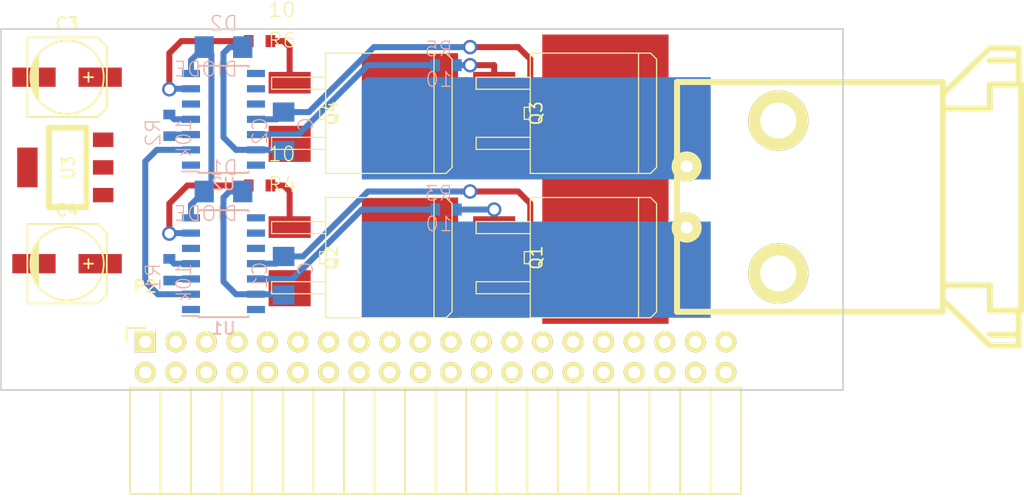
<source format=kicad_pcb>
(kicad_pcb (version 4) (host pcbnew 4.0.5)

  (general
    (links 81)
    (no_connects 55)
    (area -0.075001 -0.075001 70.075001 30.075001)
    (thickness 1.6)
    (drawings 4)
    (tracks 87)
    (zones 0)
    (modules 21)
    (nets 22)
  )

  (page A4)
  (layers
    (0 F.Cu signal)
    (31 B.Cu signal)
    (32 B.Adhes user)
    (33 F.Adhes user)
    (34 B.Paste user)
    (35 F.Paste user)
    (36 B.SilkS user)
    (37 F.SilkS user)
    (38 B.Mask user)
    (39 F.Mask user)
    (40 Dwgs.User user)
    (41 Cmts.User user)
    (42 Eco1.User user)
    (43 Eco2.User user)
    (44 Edge.Cuts user)
    (45 Margin user)
    (46 B.CrtYd user)
    (47 F.CrtYd user)
    (48 B.Fab user)
    (49 F.Fab user)
  )

  (setup
    (last_trace_width 0.5)
    (user_trace_width 0.5)
    (user_trace_width 1)
    (trace_clearance 0.2)
    (zone_clearance 0.38)
    (zone_45_only no)
    (trace_min 0.2)
    (segment_width 0.2)
    (edge_width 0.15)
    (via_size 0.6)
    (via_drill 0.4)
    (via_min_size 0.4)
    (via_min_drill 0.3)
    (user_via 1.2 0.8)
    (uvia_size 0.3)
    (uvia_drill 0.1)
    (uvias_allowed no)
    (uvia_min_size 0.2)
    (uvia_min_drill 0.1)
    (pcb_text_width 0.3)
    (pcb_text_size 1.5 1.5)
    (mod_edge_width 0.15)
    (mod_text_size 1 1)
    (mod_text_width 0.15)
    (pad_size 1.524 1.524)
    (pad_drill 0.762)
    (pad_to_mask_clearance 0.2)
    (aux_axis_origin 0 0)
    (visible_elements 7FFFFFFF)
    (pcbplotparams
      (layerselection 0x00030_80000001)
      (usegerberextensions false)
      (excludeedgelayer true)
      (linewidth 0.100000)
      (plotframeref false)
      (viasonmask false)
      (mode 1)
      (useauxorigin false)
      (hpglpennumber 1)
      (hpglpenspeed 20)
      (hpglpendiameter 15)
      (hpglpenoverlay 2)
      (psnegative false)
      (psa4output false)
      (plotreference true)
      (plotvalue true)
      (plotinvisibletext false)
      (padsonsilk false)
      (subtractmaskfromsilk false)
      (outputformat 1)
      (mirror false)
      (drillshape 1)
      (scaleselection 1)
      (outputdirectory ""))
  )

  (net 0 "")
  (net 1 /OUT_A)
  (net 2 "Net-(C1-Pad2)")
  (net 3 /OUT_B)
  (net 4 "Net-(C2-Pad2)")
  (net 5 +BATT)
  (net 6 GND)
  (net 7 +12V)
  (net 8 GNDPWR)
  (net 9 /PWM_A)
  (net 10 /EN)
  (net 11 /PWM_B)
  (net 12 "Net-(Q1-PadG)")
  (net 13 "Net-(Q2-PadG)")
  (net 14 "Net-(Q3-PadG)")
  (net 15 "Net-(Q4-PadG)")
  (net 16 "Net-(R1-Pad1)")
  (net 17 "Net-(R2-Pad1)")
  (net 18 "Net-(R3-Pad2)")
  (net 19 "Net-(R4-Pad2)")
  (net 20 "Net-(R5-Pad2)")
  (net 21 "Net-(R6-Pad2)")

  (net_class Default "これは標準のネット クラスです。"
    (clearance 0.2)
    (trace_width 0.25)
    (via_dia 0.6)
    (via_drill 0.4)
    (uvia_dia 0.3)
    (uvia_drill 0.1)
    (add_net +12V)
    (add_net +BATT)
    (add_net /EN)
    (add_net /OUT_A)
    (add_net /OUT_B)
    (add_net /PWM_A)
    (add_net /PWM_B)
    (add_net GND)
    (add_net GNDPWR)
    (add_net "Net-(C1-Pad2)")
    (add_net "Net-(C2-Pad2)")
    (add_net "Net-(Q1-PadG)")
    (add_net "Net-(Q2-PadG)")
    (add_net "Net-(Q3-PadG)")
    (add_net "Net-(Q4-PadG)")
    (add_net "Net-(R1-Pad1)")
    (add_net "Net-(R2-Pad1)")
    (add_net "Net-(R3-Pad2)")
    (add_net "Net-(R4-Pad2)")
    (add_net "Net-(R5-Pad2)")
    (add_net "Net-(R6-Pad2)")
  )

  (module RP_KiCAD_Libs:C3216 (layer B.Cu) (tedit 0) (tstamp 58C95BC4)
    (at 23.5 20.5 270)
    (descr <b>CAPACITOR</b>)
    (path /58C959A9)
    (fp_text reference C1 (at -1.27 1.27 270) (layer B.SilkS)
      (effects (font (size 1.2065 1.2065) (thickness 0.1016)) (justify left bottom mirror))
    )
    (fp_text value C (at -1.27 -2.54 270) (layer B.SilkS)
      (effects (font (size 1.2065 1.2065) (thickness 0.1016)) (justify left bottom mirror))
    )
    (fp_line (start -0.965 0.787) (end 0.965 0.787) (layer Dwgs.User) (width 0.1016))
    (fp_line (start -0.965 -0.787) (end 0.965 -0.787) (layer Dwgs.User) (width 0.1016))
    (fp_poly (pts (xy -1.7018 -0.8509) (xy -0.9517 -0.8509) (xy -0.9517 0.8491) (xy -1.7018 0.8491)) (layer Dwgs.User) (width 0))
    (fp_poly (pts (xy 0.9517 -0.8491) (xy 1.7018 -0.8491) (xy 1.7018 0.8509) (xy 0.9517 0.8509)) (layer Dwgs.User) (width 0))
    (fp_poly (pts (xy -0.3 -0.5001) (xy 0.3 -0.5001) (xy 0.3 0.5001) (xy -0.3 0.5001)) (layer B.Adhes) (width 0))
    (pad 1 smd rect (at -1.6 0 270) (size 1.6 1.8) (layers B.Cu B.Paste B.Mask)
      (net 1 /OUT_A))
    (pad 2 smd rect (at 1.6 0 270) (size 1.6 1.8) (layers B.Cu B.Paste B.Mask)
      (net 2 "Net-(C1-Pad2)"))
    (model Resistors_SMD.3dshapes/R_1206.wrl
      (at (xyz 0 0 0))
      (scale (xyz 1 1 1))
      (rotate (xyz 0 0 0))
    )
  )

  (module RP_KiCAD_Libs:C3216 (layer B.Cu) (tedit 0) (tstamp 58C95BCA)
    (at 23.5 8.5 270)
    (descr <b>CAPACITOR</b>)
    (path /58C96B55)
    (fp_text reference C2 (at -1.27 1.27 270) (layer B.SilkS)
      (effects (font (size 1.2065 1.2065) (thickness 0.1016)) (justify left bottom mirror))
    )
    (fp_text value C (at -1.27 -2.54 270) (layer B.SilkS)
      (effects (font (size 1.2065 1.2065) (thickness 0.1016)) (justify left bottom mirror))
    )
    (fp_line (start -0.965 0.787) (end 0.965 0.787) (layer Dwgs.User) (width 0.1016))
    (fp_line (start -0.965 -0.787) (end 0.965 -0.787) (layer Dwgs.User) (width 0.1016))
    (fp_poly (pts (xy -1.7018 -0.8509) (xy -0.9517 -0.8509) (xy -0.9517 0.8491) (xy -1.7018 0.8491)) (layer Dwgs.User) (width 0))
    (fp_poly (pts (xy 0.9517 -0.8491) (xy 1.7018 -0.8491) (xy 1.7018 0.8509) (xy 0.9517 0.8509)) (layer Dwgs.User) (width 0))
    (fp_poly (pts (xy -0.3 -0.5001) (xy 0.3 -0.5001) (xy 0.3 0.5001) (xy -0.3 0.5001)) (layer B.Adhes) (width 0))
    (pad 1 smd rect (at -1.6 0 270) (size 1.6 1.8) (layers B.Cu B.Paste B.Mask)
      (net 3 /OUT_B))
    (pad 2 smd rect (at 1.6 0 270) (size 1.6 1.8) (layers B.Cu B.Paste B.Mask)
      (net 4 "Net-(C2-Pad2)"))
    (model Resistors_SMD.3dshapes/R_1206.wrl
      (at (xyz 0 0 0))
      (scale (xyz 1 1 1))
      (rotate (xyz 0 0 0))
    )
  )

  (module Capacitors_SMD:c_elec_6.3x4.5 (layer F.Cu) (tedit 55725DD2) (tstamp 58C95BD0)
    (at 5.5 4)
    (descr "SMT capacitor, aluminium electrolytic, 6.3x4.5")
    (path /58C9D763)
    (attr smd)
    (fp_text reference C3 (at 0 -4.445) (layer F.SilkS)
      (effects (font (size 1 1) (thickness 0.15)))
    )
    (fp_text value 100u (at 0 4.445) (layer F.Fab)
      (effects (font (size 1 1) (thickness 0.15)))
    )
    (fp_line (start -4.85 -3.6) (end 4.85 -3.6) (layer F.CrtYd) (width 0.05))
    (fp_line (start 4.85 -3.6) (end 4.85 3.6) (layer F.CrtYd) (width 0.05))
    (fp_line (start 4.85 3.6) (end -4.85 3.6) (layer F.CrtYd) (width 0.05))
    (fp_line (start -4.85 3.6) (end -4.85 -3.6) (layer F.CrtYd) (width 0.05))
    (fp_line (start -2.921 -0.762) (end -2.921 0.762) (layer F.SilkS) (width 0.15))
    (fp_line (start -2.794 1.143) (end -2.794 -1.143) (layer F.SilkS) (width 0.15))
    (fp_line (start -2.667 -1.397) (end -2.667 1.397) (layer F.SilkS) (width 0.15))
    (fp_line (start -2.54 1.651) (end -2.54 -1.651) (layer F.SilkS) (width 0.15))
    (fp_line (start -2.413 -1.778) (end -2.413 1.778) (layer F.SilkS) (width 0.15))
    (fp_line (start -3.302 -3.302) (end -3.302 3.302) (layer F.SilkS) (width 0.15))
    (fp_line (start -3.302 3.302) (end 2.54 3.302) (layer F.SilkS) (width 0.15))
    (fp_line (start 2.54 3.302) (end 3.302 2.54) (layer F.SilkS) (width 0.15))
    (fp_line (start 3.302 2.54) (end 3.302 -2.54) (layer F.SilkS) (width 0.15))
    (fp_line (start 3.302 -2.54) (end 2.54 -3.302) (layer F.SilkS) (width 0.15))
    (fp_line (start 2.54 -3.302) (end -3.302 -3.302) (layer F.SilkS) (width 0.15))
    (fp_line (start 2.159 0) (end 1.397 0) (layer F.SilkS) (width 0.15))
    (fp_line (start 1.778 -0.381) (end 1.778 0.381) (layer F.SilkS) (width 0.15))
    (fp_circle (center 0 0) (end -3.048 0) (layer F.SilkS) (width 0.15))
    (pad 1 smd rect (at 2.75082 0) (size 3.59918 1.6002) (layers F.Cu F.Paste F.Mask)
      (net 5 +BATT))
    (pad 2 smd rect (at -2.75082 0) (size 3.59918 1.6002) (layers F.Cu F.Paste F.Mask)
      (net 6 GND))
    (model Capacitors_SMD.3dshapes/c_elec_6.3x4.5.wrl
      (at (xyz 0 0 0))
      (scale (xyz 1 1 1))
      (rotate (xyz 0 0 0))
    )
  )

  (module Capacitors_SMD:c_elec_6.3x4.5 (layer F.Cu) (tedit 55725DD2) (tstamp 58C95BD6)
    (at 5.5 19.5)
    (descr "SMT capacitor, aluminium electrolytic, 6.3x4.5")
    (path /58C9D8E6)
    (attr smd)
    (fp_text reference C4 (at 0 -4.445) (layer F.SilkS)
      (effects (font (size 1 1) (thickness 0.15)))
    )
    (fp_text value 100u (at 0 4.445) (layer F.Fab)
      (effects (font (size 1 1) (thickness 0.15)))
    )
    (fp_line (start -4.85 -3.6) (end 4.85 -3.6) (layer F.CrtYd) (width 0.05))
    (fp_line (start 4.85 -3.6) (end 4.85 3.6) (layer F.CrtYd) (width 0.05))
    (fp_line (start 4.85 3.6) (end -4.85 3.6) (layer F.CrtYd) (width 0.05))
    (fp_line (start -4.85 3.6) (end -4.85 -3.6) (layer F.CrtYd) (width 0.05))
    (fp_line (start -2.921 -0.762) (end -2.921 0.762) (layer F.SilkS) (width 0.15))
    (fp_line (start -2.794 1.143) (end -2.794 -1.143) (layer F.SilkS) (width 0.15))
    (fp_line (start -2.667 -1.397) (end -2.667 1.397) (layer F.SilkS) (width 0.15))
    (fp_line (start -2.54 1.651) (end -2.54 -1.651) (layer F.SilkS) (width 0.15))
    (fp_line (start -2.413 -1.778) (end -2.413 1.778) (layer F.SilkS) (width 0.15))
    (fp_line (start -3.302 -3.302) (end -3.302 3.302) (layer F.SilkS) (width 0.15))
    (fp_line (start -3.302 3.302) (end 2.54 3.302) (layer F.SilkS) (width 0.15))
    (fp_line (start 2.54 3.302) (end 3.302 2.54) (layer F.SilkS) (width 0.15))
    (fp_line (start 3.302 2.54) (end 3.302 -2.54) (layer F.SilkS) (width 0.15))
    (fp_line (start 3.302 -2.54) (end 2.54 -3.302) (layer F.SilkS) (width 0.15))
    (fp_line (start 2.54 -3.302) (end -3.302 -3.302) (layer F.SilkS) (width 0.15))
    (fp_line (start 2.159 0) (end 1.397 0) (layer F.SilkS) (width 0.15))
    (fp_line (start 1.778 -0.381) (end 1.778 0.381) (layer F.SilkS) (width 0.15))
    (fp_circle (center 0 0) (end -3.048 0) (layer F.SilkS) (width 0.15))
    (pad 1 smd rect (at 2.75082 0) (size 3.59918 1.6002) (layers F.Cu F.Paste F.Mask)
      (net 7 +12V))
    (pad 2 smd rect (at -2.75082 0) (size 3.59918 1.6002) (layers F.Cu F.Paste F.Mask)
      (net 6 GND))
    (model Capacitors_SMD.3dshapes/c_elec_6.3x4.5.wrl
      (at (xyz 0 0 0))
      (scale (xyz 1 1 1))
      (rotate (xyz 0 0 0))
    )
  )

  (module RP_KiCAD_Libs:C3216 (layer B.Cu) (tedit 0) (tstamp 58C95BDC)
    (at 18.5 13.5 180)
    (descr <b>CAPACITOR</b>)
    (path /58C95CE1)
    (fp_text reference D1 (at -1.27 1.27 180) (layer B.SilkS)
      (effects (font (size 1.2065 1.2065) (thickness 0.1016)) (justify left bottom mirror))
    )
    (fp_text value DIODE (at -1.27 -2.54 180) (layer B.SilkS)
      (effects (font (size 1.2065 1.2065) (thickness 0.1016)) (justify left bottom mirror))
    )
    (fp_line (start -0.965 0.787) (end 0.965 0.787) (layer Dwgs.User) (width 0.1016))
    (fp_line (start -0.965 -0.787) (end 0.965 -0.787) (layer Dwgs.User) (width 0.1016))
    (fp_poly (pts (xy -1.7018 -0.8509) (xy -0.9517 -0.8509) (xy -0.9517 0.8491) (xy -1.7018 0.8491)) (layer Dwgs.User) (width 0))
    (fp_poly (pts (xy 0.9517 -0.8491) (xy 1.7018 -0.8491) (xy 1.7018 0.8509) (xy 0.9517 0.8509)) (layer Dwgs.User) (width 0))
    (fp_poly (pts (xy -0.3 -0.5001) (xy 0.3 -0.5001) (xy 0.3 0.5001) (xy -0.3 0.5001)) (layer B.Adhes) (width 0))
    (pad 1 smd rect (at -1.6 0 180) (size 1.6 1.8) (layers B.Cu B.Paste B.Mask)
      (net 2 "Net-(C1-Pad2)"))
    (pad 2 smd rect (at 1.6 0 180) (size 1.6 1.8) (layers B.Cu B.Paste B.Mask)
      (net 7 +12V))
    (model Resistors_SMD.3dshapes/R_1206.wrl
      (at (xyz 0 0 0))
      (scale (xyz 1 1 1))
      (rotate (xyz 0 0 0))
    )
  )

  (module RP_KiCAD_Libs:C3216 (layer B.Cu) (tedit 0) (tstamp 58C95BE2)
    (at 18.5 1.5 180)
    (descr <b>CAPACITOR</b>)
    (path /58C96B7C)
    (fp_text reference D2 (at -1.27 1.27 180) (layer B.SilkS)
      (effects (font (size 1.2065 1.2065) (thickness 0.1016)) (justify left bottom mirror))
    )
    (fp_text value DIODE (at -1.27 -2.54 180) (layer B.SilkS)
      (effects (font (size 1.2065 1.2065) (thickness 0.1016)) (justify left bottom mirror))
    )
    (fp_line (start -0.965 0.787) (end 0.965 0.787) (layer Dwgs.User) (width 0.1016))
    (fp_line (start -0.965 -0.787) (end 0.965 -0.787) (layer Dwgs.User) (width 0.1016))
    (fp_poly (pts (xy -1.7018 -0.8509) (xy -0.9517 -0.8509) (xy -0.9517 0.8491) (xy -1.7018 0.8491)) (layer Dwgs.User) (width 0))
    (fp_poly (pts (xy 0.9517 -0.8491) (xy 1.7018 -0.8491) (xy 1.7018 0.8509) (xy 0.9517 0.8509)) (layer Dwgs.User) (width 0))
    (fp_poly (pts (xy -0.3 -0.5001) (xy 0.3 -0.5001) (xy 0.3 0.5001) (xy -0.3 0.5001)) (layer B.Adhes) (width 0))
    (pad 1 smd rect (at -1.6 0 180) (size 1.6 1.8) (layers B.Cu B.Paste B.Mask)
      (net 4 "Net-(C2-Pad2)"))
    (pad 2 smd rect (at 1.6 0 180) (size 1.6 1.8) (layers B.Cu B.Paste B.Mask)
      (net 7 +12V))
    (model Resistors_SMD.3dshapes/R_1206.wrl
      (at (xyz 0 0 0))
      (scale (xyz 1 1 1))
      (rotate (xyz 0 0 0))
    )
  )

  (module RP_KiCAD_Connector:D-3200S_2L (layer F.Cu) (tedit 57C4EF05) (tstamp 58C95BEA)
    (at 57 16.5 90)
    (path /58C96DBA)
    (fp_text reference P1 (at 0 0.5 90) (layer F.SilkS)
      (effects (font (size 1 1) (thickness 0.15)))
    )
    (fp_text value CONN_01X02 (at 0 -0.5 90) (layer F.Fab)
      (effects (font (size 1 1) (thickness 0.15)))
    )
    (fp_line (start -8.9 25.2) (end -8.9 27.6) (layer F.SilkS) (width 0.5))
    (fp_line (start -9.8 27.6) (end -9.8 25.2) (layer F.SilkS) (width 0.5))
    (fp_line (start -6.9 27.6) (end -9.8 27.6) (layer F.SilkS) (width 0.5))
    (fp_line (start 14.9 27.6) (end 14.9 25.2) (layer F.SilkS) (width 0.5))
    (fp_line (start 13.9 25.2) (end 13.9 27.6) (layer F.SilkS) (width 0.5))
    (fp_line (start 11.9 27.6) (end 14.9 27.6) (layer F.SilkS) (width 0.5))
    (fp_line (start -6.9 27.8) (end 11.9 27.8) (layer F.SilkS) (width 0.5))
    (fp_line (start 14.9 25.2) (end 11.1 21.3) (layer F.SilkS) (width 0.5))
    (fp_line (start -9.8 25.2) (end -6 21.3) (layer F.SilkS) (width 0.5))
    (fp_line (start -4.8 25.2) (end -4.8 21.3) (layer F.SilkS) (width 0.5))
    (fp_line (start 9.9 25.2) (end 9.9 21.3) (layer F.SilkS) (width 0.5))
    (fp_line (start 11.9 25.2) (end 9.9 25.2) (layer F.SilkS) (width 0.5))
    (fp_line (start 11.9 25.2) (end 11.9 27.8) (layer F.SilkS) (width 0.5))
    (fp_line (start -6.9 25.2) (end -4.8 25.2) (layer F.SilkS) (width 0.5))
    (fp_line (start -6.9 25.2) (end -6.9 27.8) (layer F.SilkS) (width 0.5))
    (fp_line (start -7 -0.8) (end 12.1 -0.8) (layer F.SilkS) (width 0.5))
    (fp_line (start 12.1 -0.8) (end 12.1 21.3) (layer F.SilkS) (width 0.5))
    (fp_line (start 12.1 21.3) (end -7 21.3) (layer F.SilkS) (width 0.5))
    (fp_line (start -7 -0.8) (end -7 21.3) (layer F.SilkS) (width 0.5))
    (pad 1 thru_hole circle (at 0 0 90) (size 2.5 2.5) (drill 1) (layers *.Cu *.Mask F.SilkS)
      (net 1 /OUT_A))
    (pad 2 thru_hole circle (at 5.08 0 90) (size 2.5 2.5) (drill 1) (layers *.Cu *.Mask F.SilkS)
      (net 3 /OUT_B))
    (pad "" thru_hole circle (at -3.81 7.62 90) (size 5 5) (drill 3) (layers *.Cu *.Mask F.SilkS))
    (pad "" thru_hole circle (at 8.89 7.62 90) (size 5 5) (drill 3) (layers *.Cu *.Mask F.SilkS))
    (model conn_D3200/D-3200S_2.wrl
      (at (xyz 0.1 -0.19 0.24))
      (scale (xyz 4 -4 4))
      (rotate (xyz -90 0 0))
    )
  )

  (module RP_KiCAD_Libs:C1608_WP (layer B.Cu) (tedit 57C3E677) (tstamp 58C95C64)
    (at 14 20 270)
    (descr <b>CAPACITOR</b>)
    (path /58C95FF2)
    (fp_text reference R1 (at -0.635 0.635 270) (layer B.SilkS)
      (effects (font (size 1.2065 1.2065) (thickness 0.1016)) (justify left bottom mirror))
    )
    (fp_text value 10k (at -0.635 -1.905 270) (layer B.SilkS)
      (effects (font (size 1.2065 1.2065) (thickness 0.1016)) (justify left bottom mirror))
    )
    (fp_line (start -0.356 0.432) (end 0.356 0.432) (layer Dwgs.User) (width 0.1016))
    (fp_line (start -0.356 -0.419) (end 0.356 -0.419) (layer Dwgs.User) (width 0.1016))
    (fp_poly (pts (xy -0.8382 -0.4699) (xy -0.3381 -0.4699) (xy -0.3381 0.4801) (xy -0.8382 0.4801)) (layer Dwgs.User) (width 0))
    (fp_poly (pts (xy 0.3302 -0.4699) (xy 0.8303 -0.4699) (xy 0.8303 0.4801) (xy 0.3302 0.4801)) (layer Dwgs.User) (width 0))
    (fp_poly (pts (xy -0.1999 -0.3) (xy 0.1999 -0.3) (xy 0.1999 0.3) (xy -0.1999 0.3)) (layer B.Adhes) (width 0))
    (pad 1 smd rect (at -0.9 0 270) (size 0.8 1) (layers B.Cu B.Paste B.Mask)
      (net 16 "Net-(R1-Pad1)"))
    (pad 2 smd rect (at 0.9 0 270) (size 0.8 1) (layers B.Cu B.Paste B.Mask)
      (net 6 GND))
    (model Resistors_SMD.3dshapes/R_0603.wrl
      (at (xyz 0 0 0))
      (scale (xyz 1 1 1))
      (rotate (xyz 0 0 0))
    )
  )

  (module RP_KiCAD_Libs:C1608_WP (layer B.Cu) (tedit 57C3E677) (tstamp 58C95C6A)
    (at 14 8 270)
    (descr <b>CAPACITOR</b>)
    (path /58C96B90)
    (fp_text reference R2 (at -0.635 0.635 270) (layer B.SilkS)
      (effects (font (size 1.2065 1.2065) (thickness 0.1016)) (justify left bottom mirror))
    )
    (fp_text value 10k (at -0.635 -1.905 270) (layer B.SilkS)
      (effects (font (size 1.2065 1.2065) (thickness 0.1016)) (justify left bottom mirror))
    )
    (fp_line (start -0.356 0.432) (end 0.356 0.432) (layer Dwgs.User) (width 0.1016))
    (fp_line (start -0.356 -0.419) (end 0.356 -0.419) (layer Dwgs.User) (width 0.1016))
    (fp_poly (pts (xy -0.8382 -0.4699) (xy -0.3381 -0.4699) (xy -0.3381 0.4801) (xy -0.8382 0.4801)) (layer Dwgs.User) (width 0))
    (fp_poly (pts (xy 0.3302 -0.4699) (xy 0.8303 -0.4699) (xy 0.8303 0.4801) (xy 0.3302 0.4801)) (layer Dwgs.User) (width 0))
    (fp_poly (pts (xy -0.1999 -0.3) (xy 0.1999 -0.3) (xy 0.1999 0.3) (xy -0.1999 0.3)) (layer B.Adhes) (width 0))
    (pad 1 smd rect (at -0.9 0 270) (size 0.8 1) (layers B.Cu B.Paste B.Mask)
      (net 17 "Net-(R2-Pad1)"))
    (pad 2 smd rect (at 0.9 0 270) (size 0.8 1) (layers B.Cu B.Paste B.Mask)
      (net 6 GND))
    (model Resistors_SMD.3dshapes/R_0603.wrl
      (at (xyz 0 0 0))
      (scale (xyz 1 1 1))
      (rotate (xyz 0 0 0))
    )
  )

  (module RP_KiCAD_Libs:C1608_WP (layer B.Cu) (tedit 57C3E677) (tstamp 58C95C70)
    (at 37 15 180)
    (descr <b>CAPACITOR</b>)
    (path /58C95986)
    (fp_text reference R3 (at -0.635 0.635 180) (layer B.SilkS)
      (effects (font (size 1.2065 1.2065) (thickness 0.1016)) (justify left bottom mirror))
    )
    (fp_text value 10 (at -0.635 -1.905 180) (layer B.SilkS)
      (effects (font (size 1.2065 1.2065) (thickness 0.1016)) (justify left bottom mirror))
    )
    (fp_line (start -0.356 0.432) (end 0.356 0.432) (layer Dwgs.User) (width 0.1016))
    (fp_line (start -0.356 -0.419) (end 0.356 -0.419) (layer Dwgs.User) (width 0.1016))
    (fp_poly (pts (xy -0.8382 -0.4699) (xy -0.3381 -0.4699) (xy -0.3381 0.4801) (xy -0.8382 0.4801)) (layer Dwgs.User) (width 0))
    (fp_poly (pts (xy 0.3302 -0.4699) (xy 0.8303 -0.4699) (xy 0.8303 0.4801) (xy 0.3302 0.4801)) (layer Dwgs.User) (width 0))
    (fp_poly (pts (xy -0.1999 -0.3) (xy 0.1999 -0.3) (xy 0.1999 0.3) (xy -0.1999 0.3)) (layer B.Adhes) (width 0))
    (pad 1 smd rect (at -0.9 0 180) (size 0.8 1) (layers B.Cu B.Paste B.Mask)
      (net 12 "Net-(Q1-PadG)"))
    (pad 2 smd rect (at 0.9 0 180) (size 0.8 1) (layers B.Cu B.Paste B.Mask)
      (net 18 "Net-(R3-Pad2)"))
    (model Resistors_SMD.3dshapes/R_0603.wrl
      (at (xyz 0 0 0))
      (scale (xyz 1 1 1))
      (rotate (xyz 0 0 0))
    )
  )

  (module RP_KiCAD_Libs:C1608_WP (layer F.Cu) (tedit 57C3E677) (tstamp 58C95C76)
    (at 21.5 13 180)
    (descr <b>CAPACITOR</b>)
    (path /58C95BA7)
    (fp_text reference R4 (at -0.635 -0.635 180) (layer F.SilkS)
      (effects (font (size 1.2065 1.2065) (thickness 0.1016)) (justify left bottom))
    )
    (fp_text value 10 (at -0.635 1.905 180) (layer F.SilkS)
      (effects (font (size 1.2065 1.2065) (thickness 0.1016)) (justify left bottom))
    )
    (fp_line (start -0.356 -0.432) (end 0.356 -0.432) (layer Dwgs.User) (width 0.1016))
    (fp_line (start -0.356 0.419) (end 0.356 0.419) (layer Dwgs.User) (width 0.1016))
    (fp_poly (pts (xy -0.8382 0.4699) (xy -0.3381 0.4699) (xy -0.3381 -0.4801) (xy -0.8382 -0.4801)) (layer Dwgs.User) (width 0))
    (fp_poly (pts (xy 0.3302 0.4699) (xy 0.8303 0.4699) (xy 0.8303 -0.4801) (xy 0.3302 -0.4801)) (layer Dwgs.User) (width 0))
    (fp_poly (pts (xy -0.1999 0.3) (xy 0.1999 0.3) (xy 0.1999 -0.3) (xy -0.1999 -0.3)) (layer F.Adhes) (width 0))
    (pad 1 smd rect (at -0.9 0 180) (size 0.8 1) (layers F.Cu F.Paste F.Mask)
      (net 13 "Net-(Q2-PadG)"))
    (pad 2 smd rect (at 0.9 0 180) (size 0.8 1) (layers F.Cu F.Paste F.Mask)
      (net 19 "Net-(R4-Pad2)"))
    (model Resistors_SMD.3dshapes/R_0603.wrl
      (at (xyz 0 0 0))
      (scale (xyz 1 1 1))
      (rotate (xyz 0 0 0))
    )
  )

  (module RP_KiCAD_Libs:C1608_WP (layer B.Cu) (tedit 57C3E677) (tstamp 58C95C7C)
    (at 37 3 180)
    (descr <b>CAPACITOR</b>)
    (path /58C96B4F)
    (fp_text reference R5 (at -0.635 0.635 180) (layer B.SilkS)
      (effects (font (size 1.2065 1.2065) (thickness 0.1016)) (justify left bottom mirror))
    )
    (fp_text value 10 (at -0.635 -1.905 180) (layer B.SilkS)
      (effects (font (size 1.2065 1.2065) (thickness 0.1016)) (justify left bottom mirror))
    )
    (fp_line (start -0.356 0.432) (end 0.356 0.432) (layer Dwgs.User) (width 0.1016))
    (fp_line (start -0.356 -0.419) (end 0.356 -0.419) (layer Dwgs.User) (width 0.1016))
    (fp_poly (pts (xy -0.8382 -0.4699) (xy -0.3381 -0.4699) (xy -0.3381 0.4801) (xy -0.8382 0.4801)) (layer Dwgs.User) (width 0))
    (fp_poly (pts (xy 0.3302 -0.4699) (xy 0.8303 -0.4699) (xy 0.8303 0.4801) (xy 0.3302 0.4801)) (layer Dwgs.User) (width 0))
    (fp_poly (pts (xy -0.1999 -0.3) (xy 0.1999 -0.3) (xy 0.1999 0.3) (xy -0.1999 0.3)) (layer B.Adhes) (width 0))
    (pad 1 smd rect (at -0.9 0 180) (size 0.8 1) (layers B.Cu B.Paste B.Mask)
      (net 14 "Net-(Q3-PadG)"))
    (pad 2 smd rect (at 0.9 0 180) (size 0.8 1) (layers B.Cu B.Paste B.Mask)
      (net 20 "Net-(R5-Pad2)"))
    (model Resistors_SMD.3dshapes/R_0603.wrl
      (at (xyz 0 0 0))
      (scale (xyz 1 1 1))
      (rotate (xyz 0 0 0))
    )
  )

  (module RP_KiCAD_Libs:C1608_WP (layer F.Cu) (tedit 57C3E677) (tstamp 58C95C82)
    (at 21.5 1 180)
    (descr <b>CAPACITOR</b>)
    (path /58C96B74)
    (fp_text reference R6 (at -0.635 -0.635 180) (layer F.SilkS)
      (effects (font (size 1.2065 1.2065) (thickness 0.1016)) (justify left bottom))
    )
    (fp_text value 10 (at -0.635 1.905 180) (layer F.SilkS)
      (effects (font (size 1.2065 1.2065) (thickness 0.1016)) (justify left bottom))
    )
    (fp_line (start -0.356 -0.432) (end 0.356 -0.432) (layer Dwgs.User) (width 0.1016))
    (fp_line (start -0.356 0.419) (end 0.356 0.419) (layer Dwgs.User) (width 0.1016))
    (fp_poly (pts (xy -0.8382 0.4699) (xy -0.3381 0.4699) (xy -0.3381 -0.4801) (xy -0.8382 -0.4801)) (layer Dwgs.User) (width 0))
    (fp_poly (pts (xy 0.3302 0.4699) (xy 0.8303 0.4699) (xy 0.8303 -0.4801) (xy 0.3302 -0.4801)) (layer Dwgs.User) (width 0))
    (fp_poly (pts (xy -0.1999 0.3) (xy 0.1999 0.3) (xy 0.1999 -0.3) (xy -0.1999 -0.3)) (layer F.Adhes) (width 0))
    (pad 1 smd rect (at -0.9 0 180) (size 0.8 1) (layers F.Cu F.Paste F.Mask)
      (net 15 "Net-(Q4-PadG)"))
    (pad 2 smd rect (at 0.9 0 180) (size 0.8 1) (layers F.Cu F.Paste F.Mask)
      (net 21 "Net-(R6-Pad2)"))
    (model Resistors_SMD.3dshapes/R_0603.wrl
      (at (xyz 0 0 0))
      (scale (xyz 1 1 1))
      (rotate (xyz 0 0 0))
    )
  )

  (module Housings_SOIC:SOIC-14_3.9x8.7mm_Pitch1.27mm (layer B.Cu) (tedit 54130A77) (tstamp 58C95C94)
    (at 18.5 19.5)
    (descr "14-Lead Plastic Small Outline (SL) - Narrow, 3.90 mm Body [SOIC] (see Microchip Packaging Specification 00000049BS.pdf)")
    (tags "SOIC 1.27")
    (path /58C959D8)
    (attr smd)
    (fp_text reference U1 (at 0 5.375) (layer B.SilkS)
      (effects (font (size 1 1) (thickness 0.15)) (justify mirror))
    )
    (fp_text value FAN7393 (at 0 -5.375) (layer B.Fab)
      (effects (font (size 1 1) (thickness 0.15)) (justify mirror))
    )
    (fp_line (start -3.7 4.65) (end -3.7 -4.65) (layer B.CrtYd) (width 0.05))
    (fp_line (start 3.7 4.65) (end 3.7 -4.65) (layer B.CrtYd) (width 0.05))
    (fp_line (start -3.7 4.65) (end 3.7 4.65) (layer B.CrtYd) (width 0.05))
    (fp_line (start -3.7 -4.65) (end 3.7 -4.65) (layer B.CrtYd) (width 0.05))
    (fp_line (start -2.075 4.45) (end -2.075 4.335) (layer B.SilkS) (width 0.15))
    (fp_line (start 2.075 4.45) (end 2.075 4.335) (layer B.SilkS) (width 0.15))
    (fp_line (start 2.075 -4.45) (end 2.075 -4.335) (layer B.SilkS) (width 0.15))
    (fp_line (start -2.075 -4.45) (end -2.075 -4.335) (layer B.SilkS) (width 0.15))
    (fp_line (start -2.075 4.45) (end 2.075 4.45) (layer B.SilkS) (width 0.15))
    (fp_line (start -2.075 -4.45) (end 2.075 -4.45) (layer B.SilkS) (width 0.15))
    (fp_line (start -2.075 4.335) (end -3.45 4.335) (layer B.SilkS) (width 0.15))
    (pad 1 smd rect (at -2.7 3.81) (size 1.5 0.6) (layers B.Cu B.Paste B.Mask)
      (net 9 /PWM_A))
    (pad 2 smd rect (at -2.7 2.54) (size 1.5 0.6) (layers B.Cu B.Paste B.Mask)
      (net 10 /EN))
    (pad 3 smd rect (at -2.7 1.27) (size 1.5 0.6) (layers B.Cu B.Paste B.Mask)
      (net 6 GND))
    (pad 4 smd rect (at -2.7 0) (size 1.5 0.6) (layers B.Cu B.Paste B.Mask)
      (net 16 "Net-(R1-Pad1)"))
    (pad 5 smd rect (at -2.7 -1.27) (size 1.5 0.6) (layers B.Cu B.Paste B.Mask)
      (net 8 GNDPWR))
    (pad 6 smd rect (at -2.7 -2.54) (size 1.5 0.6) (layers B.Cu B.Paste B.Mask)
      (net 19 "Net-(R4-Pad2)"))
    (pad 7 smd rect (at -2.7 -3.81) (size 1.5 0.6) (layers B.Cu B.Paste B.Mask)
      (net 7 +12V))
    (pad 8 smd rect (at 2.7 -3.81) (size 1.5 0.6) (layers B.Cu B.Paste B.Mask))
    (pad 9 smd rect (at 2.7 -2.54) (size 1.5 0.6) (layers B.Cu B.Paste B.Mask))
    (pad 10 smd rect (at 2.7 -1.27) (size 1.5 0.6) (layers B.Cu B.Paste B.Mask))
    (pad 11 smd rect (at 2.7 0) (size 1.5 0.6) (layers B.Cu B.Paste B.Mask)
      (net 1 /OUT_A))
    (pad 12 smd rect (at 2.7 1.27) (size 1.5 0.6) (layers B.Cu B.Paste B.Mask)
      (net 18 "Net-(R3-Pad2)"))
    (pad 13 smd rect (at 2.7 2.54) (size 1.5 0.6) (layers B.Cu B.Paste B.Mask)
      (net 2 "Net-(C1-Pad2)"))
    (pad 14 smd rect (at 2.7 3.81) (size 1.5 0.6) (layers B.Cu B.Paste B.Mask))
    (model Housings_SOIC.3dshapes/SOIC-14_3.9x8.7mm_Pitch1.27mm.wrl
      (at (xyz 0 0 0))
      (scale (xyz 1 1 1))
      (rotate (xyz 0 0 0))
    )
  )

  (module Housings_SOIC:SOIC-14_3.9x8.7mm_Pitch1.27mm (layer B.Cu) (tedit 54130A77) (tstamp 58C95CA6)
    (at 18.5 7.5)
    (descr "14-Lead Plastic Small Outline (SL) - Narrow, 3.90 mm Body [SOIC] (see Microchip Packaging Specification 00000049BS.pdf)")
    (tags "SOIC 1.27")
    (path /58C96B5B)
    (attr smd)
    (fp_text reference U2 (at 0 5.375) (layer B.SilkS)
      (effects (font (size 1 1) (thickness 0.15)) (justify mirror))
    )
    (fp_text value FAN7393 (at 0 -5.375) (layer B.Fab)
      (effects (font (size 1 1) (thickness 0.15)) (justify mirror))
    )
    (fp_line (start -3.7 4.65) (end -3.7 -4.65) (layer B.CrtYd) (width 0.05))
    (fp_line (start 3.7 4.65) (end 3.7 -4.65) (layer B.CrtYd) (width 0.05))
    (fp_line (start -3.7 4.65) (end 3.7 4.65) (layer B.CrtYd) (width 0.05))
    (fp_line (start -3.7 -4.65) (end 3.7 -4.65) (layer B.CrtYd) (width 0.05))
    (fp_line (start -2.075 4.45) (end -2.075 4.335) (layer B.SilkS) (width 0.15))
    (fp_line (start 2.075 4.45) (end 2.075 4.335) (layer B.SilkS) (width 0.15))
    (fp_line (start 2.075 -4.45) (end 2.075 -4.335) (layer B.SilkS) (width 0.15))
    (fp_line (start -2.075 -4.45) (end -2.075 -4.335) (layer B.SilkS) (width 0.15))
    (fp_line (start -2.075 4.45) (end 2.075 4.45) (layer B.SilkS) (width 0.15))
    (fp_line (start -2.075 -4.45) (end 2.075 -4.45) (layer B.SilkS) (width 0.15))
    (fp_line (start -2.075 4.335) (end -3.45 4.335) (layer B.SilkS) (width 0.15))
    (pad 1 smd rect (at -2.7 3.81) (size 1.5 0.6) (layers B.Cu B.Paste B.Mask)
      (net 11 /PWM_B))
    (pad 2 smd rect (at -2.7 2.54) (size 1.5 0.6) (layers B.Cu B.Paste B.Mask)
      (net 10 /EN))
    (pad 3 smd rect (at -2.7 1.27) (size 1.5 0.6) (layers B.Cu B.Paste B.Mask)
      (net 6 GND))
    (pad 4 smd rect (at -2.7 0) (size 1.5 0.6) (layers B.Cu B.Paste B.Mask)
      (net 17 "Net-(R2-Pad1)"))
    (pad 5 smd rect (at -2.7 -1.27) (size 1.5 0.6) (layers B.Cu B.Paste B.Mask)
      (net 8 GNDPWR))
    (pad 6 smd rect (at -2.7 -2.54) (size 1.5 0.6) (layers B.Cu B.Paste B.Mask)
      (net 21 "Net-(R6-Pad2)"))
    (pad 7 smd rect (at -2.7 -3.81) (size 1.5 0.6) (layers B.Cu B.Paste B.Mask)
      (net 7 +12V))
    (pad 8 smd rect (at 2.7 -3.81) (size 1.5 0.6) (layers B.Cu B.Paste B.Mask))
    (pad 9 smd rect (at 2.7 -2.54) (size 1.5 0.6) (layers B.Cu B.Paste B.Mask))
    (pad 10 smd rect (at 2.7 -1.27) (size 1.5 0.6) (layers B.Cu B.Paste B.Mask))
    (pad 11 smd rect (at 2.7 0) (size 1.5 0.6) (layers B.Cu B.Paste B.Mask)
      (net 3 /OUT_B))
    (pad 12 smd rect (at 2.7 1.27) (size 1.5 0.6) (layers B.Cu B.Paste B.Mask)
      (net 20 "Net-(R5-Pad2)"))
    (pad 13 smd rect (at 2.7 2.54) (size 1.5 0.6) (layers B.Cu B.Paste B.Mask)
      (net 4 "Net-(C2-Pad2)"))
    (pad 14 smd rect (at 2.7 3.81) (size 1.5 0.6) (layers B.Cu B.Paste B.Mask))
    (model Housings_SOIC.3dshapes/SOIC-14_3.9x8.7mm_Pitch1.27mm.wrl
      (at (xyz 0 0 0))
      (scale (xyz 1 1 1))
      (rotate (xyz 0 0 0))
    )
  )

  (module TO_SOT_Packages_SMD:SOT-223_reg (layer F.Cu) (tedit 57D7553B) (tstamp 58C95CAE)
    (at 8.5 11.5 90)
    (path /58C9D3C2)
    (fp_text reference U3 (at 0 -2.9 90) (layer F.SilkS)
      (effects (font (size 1 1) (thickness 0.15)))
    )
    (fp_text value LM7812ACT (at 0 1.7 90) (layer F.Fab)
      (effects (font (size 1 1) (thickness 0.15)))
    )
    (fp_line (start 3.3 -4.5) (end 3.3 -1.4) (layer F.SilkS) (width 0.5))
    (fp_line (start -3.3 -4.5) (end -3.3 -1.4) (layer F.SilkS) (width 0.5))
    (fp_line (start -3.3 -1.4) (end 3.3 -1.4) (layer F.SilkS) (width 0.5))
    (fp_line (start -3.3 -4.5) (end 3.3 -4.5) (layer F.SilkS) (width 0.5))
    (pad 1 smd rect (at -2.3 0 90) (size 1.2 1.7) (layers F.Cu F.Paste F.Mask)
      (net 5 +BATT))
    (pad 2 smd rect (at 0 0 90) (size 1.2 1.7) (layers F.Cu F.Paste F.Mask)
      (net 6 GND))
    (pad 3 smd rect (at 2.3 0 90) (size 1.2 1.7) (layers F.Cu F.Paste F.Mask)
      (net 7 +12V))
    (pad 2 smd rect (at 0 -6.3 90) (size 3.3 1.7) (layers F.Cu F.Paste F.Mask)
      (net 6 GND))
    (model TO_SOT_Packages_SMD.3dshapes/SOT-223.wrl
      (at (xyz 0 0.12 0))
      (scale (xyz 0.39 0.39 0.39))
      (rotate (xyz 0 0 0))
    )
  )

  (module Socket_Strips:Socket_Strip_Angled_2x20 (layer F.Cu) (tedit 0) (tstamp 58C963BB)
    (at 12 26)
    (descr "Through hole socket strip")
    (tags "socket strip")
    (path /58CA08D7)
    (fp_text reference P2 (at 0 -4.6) (layer F.SilkS)
      (effects (font (size 1 1) (thickness 0.15)))
    )
    (fp_text value CONN_02X20 (at 0 -2.6) (layer F.Fab)
      (effects (font (size 1 1) (thickness 0.15)))
    )
    (fp_line (start -1.75 -1.35) (end -1.75 13.15) (layer F.CrtYd) (width 0.05))
    (fp_line (start 50.05 -1.35) (end 50.05 13.15) (layer F.CrtYd) (width 0.05))
    (fp_line (start -1.75 -1.35) (end 50.05 -1.35) (layer F.CrtYd) (width 0.05))
    (fp_line (start -1.75 13.15) (end 50.05 13.15) (layer F.CrtYd) (width 0.05))
    (fp_line (start 49.53 12.64) (end 49.53 3.81) (layer F.SilkS) (width 0.15))
    (fp_line (start 46.99 12.64) (end 49.53 12.64) (layer F.SilkS) (width 0.15))
    (fp_line (start 46.99 3.81) (end 49.53 3.81) (layer F.SilkS) (width 0.15))
    (fp_line (start 49.53 3.81) (end 49.53 12.64) (layer F.SilkS) (width 0.15))
    (fp_line (start 46.99 3.81) (end 46.99 12.64) (layer F.SilkS) (width 0.15))
    (fp_line (start 44.45 3.81) (end 46.99 3.81) (layer F.SilkS) (width 0.15))
    (fp_line (start 44.45 12.64) (end 46.99 12.64) (layer F.SilkS) (width 0.15))
    (fp_line (start 46.99 12.64) (end 46.99 3.81) (layer F.SilkS) (width 0.15))
    (fp_line (start 29.21 12.64) (end 29.21 3.81) (layer F.SilkS) (width 0.15))
    (fp_line (start 26.67 12.64) (end 29.21 12.64) (layer F.SilkS) (width 0.15))
    (fp_line (start 26.67 3.81) (end 29.21 3.81) (layer F.SilkS) (width 0.15))
    (fp_line (start 29.21 3.81) (end 29.21 12.64) (layer F.SilkS) (width 0.15))
    (fp_line (start 31.75 3.81) (end 31.75 12.64) (layer F.SilkS) (width 0.15))
    (fp_line (start 29.21 3.81) (end 31.75 3.81) (layer F.SilkS) (width 0.15))
    (fp_line (start 29.21 12.64) (end 31.75 12.64) (layer F.SilkS) (width 0.15))
    (fp_line (start 31.75 12.64) (end 31.75 3.81) (layer F.SilkS) (width 0.15))
    (fp_line (start 44.45 12.64) (end 44.45 3.81) (layer F.SilkS) (width 0.15))
    (fp_line (start 41.91 12.64) (end 44.45 12.64) (layer F.SilkS) (width 0.15))
    (fp_line (start 41.91 3.81) (end 44.45 3.81) (layer F.SilkS) (width 0.15))
    (fp_line (start 44.45 3.81) (end 44.45 12.64) (layer F.SilkS) (width 0.15))
    (fp_line (start 41.91 3.81) (end 41.91 12.64) (layer F.SilkS) (width 0.15))
    (fp_line (start 39.37 3.81) (end 41.91 3.81) (layer F.SilkS) (width 0.15))
    (fp_line (start 39.37 12.64) (end 41.91 12.64) (layer F.SilkS) (width 0.15))
    (fp_line (start 41.91 12.64) (end 41.91 3.81) (layer F.SilkS) (width 0.15))
    (fp_line (start 39.37 12.64) (end 39.37 3.81) (layer F.SilkS) (width 0.15))
    (fp_line (start 36.83 12.64) (end 39.37 12.64) (layer F.SilkS) (width 0.15))
    (fp_line (start 36.83 3.81) (end 39.37 3.81) (layer F.SilkS) (width 0.15))
    (fp_line (start 39.37 3.81) (end 39.37 12.64) (layer F.SilkS) (width 0.15))
    (fp_line (start 36.83 3.81) (end 36.83 12.64) (layer F.SilkS) (width 0.15))
    (fp_line (start 34.29 3.81) (end 36.83 3.81) (layer F.SilkS) (width 0.15))
    (fp_line (start 34.29 12.64) (end 36.83 12.64) (layer F.SilkS) (width 0.15))
    (fp_line (start 36.83 12.64) (end 36.83 3.81) (layer F.SilkS) (width 0.15))
    (fp_line (start 34.29 12.64) (end 34.29 3.81) (layer F.SilkS) (width 0.15))
    (fp_line (start 31.75 12.64) (end 34.29 12.64) (layer F.SilkS) (width 0.15))
    (fp_line (start 31.75 3.81) (end 34.29 3.81) (layer F.SilkS) (width 0.15))
    (fp_line (start 34.29 3.81) (end 34.29 12.64) (layer F.SilkS) (width 0.15))
    (fp_line (start 16.51 3.81) (end 16.51 12.64) (layer F.SilkS) (width 0.15))
    (fp_line (start 13.97 3.81) (end 16.51 3.81) (layer F.SilkS) (width 0.15))
    (fp_line (start 13.97 12.64) (end 16.51 12.64) (layer F.SilkS) (width 0.15))
    (fp_line (start 16.51 12.64) (end 16.51 3.81) (layer F.SilkS) (width 0.15))
    (fp_line (start 19.05 12.64) (end 19.05 3.81) (layer F.SilkS) (width 0.15))
    (fp_line (start 16.51 12.64) (end 19.05 12.64) (layer F.SilkS) (width 0.15))
    (fp_line (start 16.51 3.81) (end 19.05 3.81) (layer F.SilkS) (width 0.15))
    (fp_line (start 19.05 3.81) (end 19.05 12.64) (layer F.SilkS) (width 0.15))
    (fp_line (start 21.59 3.81) (end 21.59 12.64) (layer F.SilkS) (width 0.15))
    (fp_line (start 19.05 3.81) (end 21.59 3.81) (layer F.SilkS) (width 0.15))
    (fp_line (start 19.05 12.64) (end 21.59 12.64) (layer F.SilkS) (width 0.15))
    (fp_line (start 21.59 12.64) (end 21.59 3.81) (layer F.SilkS) (width 0.15))
    (fp_line (start 24.13 12.64) (end 24.13 3.81) (layer F.SilkS) (width 0.15))
    (fp_line (start 21.59 12.64) (end 24.13 12.64) (layer F.SilkS) (width 0.15))
    (fp_line (start 21.59 3.81) (end 24.13 3.81) (layer F.SilkS) (width 0.15))
    (fp_line (start 24.13 3.81) (end 24.13 12.64) (layer F.SilkS) (width 0.15))
    (fp_line (start 26.67 3.81) (end 26.67 12.64) (layer F.SilkS) (width 0.15))
    (fp_line (start 24.13 3.81) (end 26.67 3.81) (layer F.SilkS) (width 0.15))
    (fp_line (start 24.13 12.64) (end 26.67 12.64) (layer F.SilkS) (width 0.15))
    (fp_line (start 26.67 12.64) (end 26.67 3.81) (layer F.SilkS) (width 0.15))
    (fp_line (start 13.97 12.64) (end 13.97 3.81) (layer F.SilkS) (width 0.15))
    (fp_line (start 11.43 12.64) (end 13.97 12.64) (layer F.SilkS) (width 0.15))
    (fp_line (start 11.43 3.81) (end 13.97 3.81) (layer F.SilkS) (width 0.15))
    (fp_line (start 13.97 3.81) (end 13.97 12.64) (layer F.SilkS) (width 0.15))
    (fp_line (start 11.43 3.81) (end 11.43 12.64) (layer F.SilkS) (width 0.15))
    (fp_line (start 8.89 3.81) (end 11.43 3.81) (layer F.SilkS) (width 0.15))
    (fp_line (start 8.89 12.64) (end 11.43 12.64) (layer F.SilkS) (width 0.15))
    (fp_line (start 11.43 12.64) (end 11.43 3.81) (layer F.SilkS) (width 0.15))
    (fp_line (start 8.89 12.64) (end 8.89 3.81) (layer F.SilkS) (width 0.15))
    (fp_line (start 6.35 12.64) (end 8.89 12.64) (layer F.SilkS) (width 0.15))
    (fp_line (start 6.35 3.81) (end 8.89 3.81) (layer F.SilkS) (width 0.15))
    (fp_line (start 8.89 3.81) (end 8.89 12.64) (layer F.SilkS) (width 0.15))
    (fp_line (start 6.35 3.81) (end 6.35 12.64) (layer F.SilkS) (width 0.15))
    (fp_line (start 3.81 3.81) (end 6.35 3.81) (layer F.SilkS) (width 0.15))
    (fp_line (start 3.81 12.64) (end 6.35 12.64) (layer F.SilkS) (width 0.15))
    (fp_line (start 6.35 12.64) (end 6.35 3.81) (layer F.SilkS) (width 0.15))
    (fp_line (start 3.81 12.64) (end 3.81 3.81) (layer F.SilkS) (width 0.15))
    (fp_line (start 1.27 12.64) (end 3.81 12.64) (layer F.SilkS) (width 0.15))
    (fp_line (start 1.27 3.81) (end 3.81 3.81) (layer F.SilkS) (width 0.15))
    (fp_line (start 3.81 3.81) (end 3.81 12.64) (layer F.SilkS) (width 0.15))
    (fp_line (start 1.27 3.81) (end 1.27 12.64) (layer F.SilkS) (width 0.15))
    (fp_line (start -1.27 3.81) (end 1.27 3.81) (layer F.SilkS) (width 0.15))
    (fp_line (start 0 -1.15) (end -1.55 -1.15) (layer F.SilkS) (width 0.15))
    (fp_line (start -1.55 -1.15) (end -1.55 0) (layer F.SilkS) (width 0.15))
    (fp_line (start -1.27 3.81) (end -1.27 12.64) (layer F.SilkS) (width 0.15))
    (fp_line (start -1.27 12.64) (end 1.27 12.64) (layer F.SilkS) (width 0.15))
    (fp_line (start 1.27 12.64) (end 1.27 3.81) (layer F.SilkS) (width 0.15))
    (pad 1 thru_hole rect (at 0 0) (size 1.7272 1.7272) (drill 1.016) (layers *.Cu *.Mask F.SilkS)
      (net 6 GND))
    (pad 2 thru_hole oval (at 0 2.54) (size 1.7272 1.7272) (drill 1.016) (layers *.Cu *.Mask F.SilkS)
      (net 11 /PWM_B))
    (pad 3 thru_hole oval (at 2.54 0) (size 1.7272 1.7272) (drill 1.016) (layers *.Cu *.Mask F.SilkS)
      (net 10 /EN))
    (pad 4 thru_hole oval (at 2.54 2.54) (size 1.7272 1.7272) (drill 1.016) (layers *.Cu *.Mask F.SilkS)
      (net 9 /PWM_A))
    (pad 5 thru_hole oval (at 5.08 0) (size 1.7272 1.7272) (drill 1.016) (layers *.Cu *.Mask F.SilkS)
      (net 8 GNDPWR))
    (pad 6 thru_hole oval (at 5.08 2.54) (size 1.7272 1.7272) (drill 1.016) (layers *.Cu *.Mask F.SilkS)
      (net 8 GNDPWR))
    (pad 7 thru_hole oval (at 7.62 0) (size 1.7272 1.7272) (drill 1.016) (layers *.Cu *.Mask F.SilkS)
      (net 8 GNDPWR))
    (pad 8 thru_hole oval (at 7.62 2.54) (size 1.7272 1.7272) (drill 1.016) (layers *.Cu *.Mask F.SilkS)
      (net 8 GNDPWR))
    (pad 9 thru_hole oval (at 10.16 0) (size 1.7272 1.7272) (drill 1.016) (layers *.Cu *.Mask F.SilkS)
      (net 8 GNDPWR))
    (pad 10 thru_hole oval (at 10.16 2.54) (size 1.7272 1.7272) (drill 1.016) (layers *.Cu *.Mask F.SilkS)
      (net 8 GNDPWR))
    (pad 11 thru_hole oval (at 12.7 0) (size 1.7272 1.7272) (drill 1.016) (layers *.Cu *.Mask F.SilkS)
      (net 8 GNDPWR))
    (pad 12 thru_hole oval (at 12.7 2.54) (size 1.7272 1.7272) (drill 1.016) (layers *.Cu *.Mask F.SilkS)
      (net 8 GNDPWR))
    (pad 13 thru_hole oval (at 15.24 0) (size 1.7272 1.7272) (drill 1.016) (layers *.Cu *.Mask F.SilkS)
      (net 8 GNDPWR))
    (pad 14 thru_hole oval (at 15.24 2.54) (size 1.7272 1.7272) (drill 1.016) (layers *.Cu *.Mask F.SilkS)
      (net 8 GNDPWR))
    (pad 15 thru_hole oval (at 17.78 0) (size 1.7272 1.7272) (drill 1.016) (layers *.Cu *.Mask F.SilkS)
      (net 8 GNDPWR))
    (pad 16 thru_hole oval (at 17.78 2.54) (size 1.7272 1.7272) (drill 1.016) (layers *.Cu *.Mask F.SilkS)
      (net 8 GNDPWR))
    (pad 17 thru_hole oval (at 20.32 0) (size 1.7272 1.7272) (drill 1.016) (layers *.Cu *.Mask F.SilkS)
      (net 8 GNDPWR))
    (pad 18 thru_hole oval (at 20.32 2.54) (size 1.7272 1.7272) (drill 1.016) (layers *.Cu *.Mask F.SilkS)
      (net 8 GNDPWR))
    (pad 19 thru_hole oval (at 22.86 0) (size 1.7272 1.7272) (drill 1.016) (layers *.Cu *.Mask F.SilkS)
      (net 8 GNDPWR))
    (pad 20 thru_hole oval (at 22.86 2.54) (size 1.7272 1.7272) (drill 1.016) (layers *.Cu *.Mask F.SilkS)
      (net 8 GNDPWR))
    (pad 21 thru_hole oval (at 25.4 0) (size 1.7272 1.7272) (drill 1.016) (layers *.Cu *.Mask F.SilkS)
      (net 8 GNDPWR))
    (pad 22 thru_hole oval (at 25.4 2.54) (size 1.7272 1.7272) (drill 1.016) (layers *.Cu *.Mask F.SilkS)
      (net 8 GNDPWR))
    (pad 23 thru_hole oval (at 27.94 0) (size 1.7272 1.7272) (drill 1.016) (layers *.Cu *.Mask F.SilkS)
      (net 5 +BATT))
    (pad 24 thru_hole oval (at 27.94 2.54) (size 1.7272 1.7272) (drill 1.016) (layers *.Cu *.Mask F.SilkS)
      (net 5 +BATT))
    (pad 25 thru_hole oval (at 30.48 0) (size 1.7272 1.7272) (drill 1.016) (layers *.Cu *.Mask F.SilkS)
      (net 5 +BATT))
    (pad 26 thru_hole oval (at 30.48 2.54) (size 1.7272 1.7272) (drill 1.016) (layers *.Cu *.Mask F.SilkS)
      (net 5 +BATT))
    (pad 27 thru_hole oval (at 33.02 0) (size 1.7272 1.7272) (drill 1.016) (layers *.Cu *.Mask F.SilkS)
      (net 5 +BATT))
    (pad 28 thru_hole oval (at 33.02 2.54) (size 1.7272 1.7272) (drill 1.016) (layers *.Cu *.Mask F.SilkS)
      (net 5 +BATT))
    (pad 29 thru_hole oval (at 35.56 0) (size 1.7272 1.7272) (drill 1.016) (layers *.Cu *.Mask F.SilkS)
      (net 5 +BATT))
    (pad 30 thru_hole oval (at 35.56 2.54) (size 1.7272 1.7272) (drill 1.016) (layers *.Cu *.Mask F.SilkS)
      (net 5 +BATT))
    (pad 31 thru_hole oval (at 38.1 0) (size 1.7272 1.7272) (drill 1.016) (layers *.Cu *.Mask F.SilkS)
      (net 5 +BATT))
    (pad 32 thru_hole oval (at 38.1 2.54) (size 1.7272 1.7272) (drill 1.016) (layers *.Cu *.Mask F.SilkS)
      (net 5 +BATT))
    (pad 33 thru_hole oval (at 40.64 0) (size 1.7272 1.7272) (drill 1.016) (layers *.Cu *.Mask F.SilkS)
      (net 5 +BATT))
    (pad 34 thru_hole oval (at 40.64 2.54) (size 1.7272 1.7272) (drill 1.016) (layers *.Cu *.Mask F.SilkS)
      (net 5 +BATT))
    (pad 35 thru_hole oval (at 43.18 0) (size 1.7272 1.7272) (drill 1.016) (layers *.Cu *.Mask F.SilkS)
      (net 5 +BATT))
    (pad 36 thru_hole oval (at 43.18 2.54) (size 1.7272 1.7272) (drill 1.016) (layers *.Cu *.Mask F.SilkS)
      (net 5 +BATT))
    (pad 37 thru_hole oval (at 45.72 0) (size 1.7272 1.7272) (drill 1.016) (layers *.Cu *.Mask F.SilkS)
      (net 5 +BATT))
    (pad 38 thru_hole oval (at 45.72 2.54) (size 1.7272 1.7272) (drill 1.016) (layers *.Cu *.Mask F.SilkS)
      (net 5 +BATT))
    (pad 39 thru_hole oval (at 48.26 0) (size 1.7272 1.7272) (drill 1.016) (layers *.Cu *.Mask F.SilkS)
      (net 5 +BATT))
    (pad 40 thru_hole oval (at 48.26 2.54) (size 1.7272 1.7272) (drill 1.016) (layers *.Cu *.Mask F.SilkS)
      (net 5 +BATT))
    (model Socket_Strips.3dshapes/Socket_Strip_Angled_2x20.wrl
      (at (xyz 0.95 -0.05 0))
      (scale (xyz 1 1 1))
      (rotate (xyz 0 0 180))
    )
  )

  (module TO_SOT_Packages_SMD:D2-PAK_compact (layer F.Cu) (tedit 58946811) (tstamp 58C96B31)
    (at 44 19 270)
    (descr D2Pak_compact)
    (path /58C9595F)
    (attr smd)
    (fp_text reference Q1 (at 0 -0.5 270) (layer F.SilkS)
      (effects (font (size 1 1) (thickness 0.15)))
    )
    (fp_text value MOSFET_N (at 0 -2 270) (layer F.Fab)
      (effects (font (size 1 1) (thickness 0.15)))
    )
    (fp_line (start -0.5 0) (end -0.5 0.5) (layer F.SilkS) (width 0.1))
    (fp_line (start -0.5 0.5) (end 0.5 0.5) (layer F.SilkS) (width 0.1))
    (fp_line (start 0.5 0.5) (end 0.5 0) (layer F.SilkS) (width 0.1))
    (fp_line (start 2 0) (end 2 4.5) (layer F.SilkS) (width 0.1))
    (fp_line (start 2 4.5) (end 3 4.5) (layer F.SilkS) (width 0.1))
    (fp_line (start 3 4.5) (end 3 0) (layer F.SilkS) (width 0.1))
    (fp_line (start -3 0) (end -3 4.5) (layer F.SilkS) (width 0.1))
    (fp_line (start -3 4.5) (end -2 4.5) (layer F.SilkS) (width 0.1))
    (fp_line (start -2 4.5) (end -2 0) (layer F.SilkS) (width 0.1))
    (fp_line (start 4.5 -10.5) (end -4.5 -10.5) (layer F.SilkS) (width 0.1))
    (fp_line (start -4.5 -10.5) (end -5 -10) (layer F.SilkS) (width 0.1))
    (fp_line (start 5 -10) (end 4.5 -10.5) (layer F.SilkS) (width 0.1))
    (fp_line (start 5 -9) (end 5 -10) (layer F.SilkS) (width 0.1))
    (fp_line (start -5 -9) (end -5 -10) (layer F.SilkS) (width 0.1))
    (fp_line (start -5 -9) (end -5 0) (layer F.SilkS) (width 0.1))
    (fp_line (start 5 -9) (end -5 -9) (layer F.SilkS) (width 0.1))
    (fp_line (start 5 0) (end 5 -9) (layer F.SilkS) (width 0.1))
    (fp_line (start 5 0) (end -5 0) (layer F.SilkS) (width 0.1))
    (pad G smd rect (at -2.54 3 270) (size 1.8 3.5) (layers F.Cu F.Paste F.Mask)
      (net 12 "Net-(Q1-PadG)"))
    (pad S smd rect (at 2.54 3 270) (size 3 3.5) (layers F.Cu F.Paste F.Mask)
      (net 1 /OUT_A))
    (pad D smd rect (at 0 -7 270) (size 10 8) (layers F.Cu F.Paste F.Mask)
      (net 5 +BATT))
    (model TO_SOT_Packages_SMD.3dshapes/SOT-404.wrl
      (at (xyz 0 0.075 0))
      (scale (xyz 1 1 1))
      (rotate (xyz 0 0 0))
    )
  )

  (module TO_SOT_Packages_SMD:D2-PAK_compact (layer F.Cu) (tedit 58946811) (tstamp 58C96B37)
    (at 27 19 270)
    (descr D2Pak_compact)
    (path /58C95BA1)
    (attr smd)
    (fp_text reference Q2 (at 0 -0.5 270) (layer F.SilkS)
      (effects (font (size 1 1) (thickness 0.15)))
    )
    (fp_text value MOSFET_N (at 0 -2 270) (layer F.Fab)
      (effects (font (size 1 1) (thickness 0.15)))
    )
    (fp_line (start -0.5 0) (end -0.5 0.5) (layer F.SilkS) (width 0.1))
    (fp_line (start -0.5 0.5) (end 0.5 0.5) (layer F.SilkS) (width 0.1))
    (fp_line (start 0.5 0.5) (end 0.5 0) (layer F.SilkS) (width 0.1))
    (fp_line (start 2 0) (end 2 4.5) (layer F.SilkS) (width 0.1))
    (fp_line (start 2 4.5) (end 3 4.5) (layer F.SilkS) (width 0.1))
    (fp_line (start 3 4.5) (end 3 0) (layer F.SilkS) (width 0.1))
    (fp_line (start -3 0) (end -3 4.5) (layer F.SilkS) (width 0.1))
    (fp_line (start -3 4.5) (end -2 4.5) (layer F.SilkS) (width 0.1))
    (fp_line (start -2 4.5) (end -2 0) (layer F.SilkS) (width 0.1))
    (fp_line (start 4.5 -10.5) (end -4.5 -10.5) (layer F.SilkS) (width 0.1))
    (fp_line (start -4.5 -10.5) (end -5 -10) (layer F.SilkS) (width 0.1))
    (fp_line (start 5 -10) (end 4.5 -10.5) (layer F.SilkS) (width 0.1))
    (fp_line (start 5 -9) (end 5 -10) (layer F.SilkS) (width 0.1))
    (fp_line (start -5 -9) (end -5 -10) (layer F.SilkS) (width 0.1))
    (fp_line (start -5 -9) (end -5 0) (layer F.SilkS) (width 0.1))
    (fp_line (start 5 -9) (end -5 -9) (layer F.SilkS) (width 0.1))
    (fp_line (start 5 0) (end 5 -9) (layer F.SilkS) (width 0.1))
    (fp_line (start 5 0) (end -5 0) (layer F.SilkS) (width 0.1))
    (pad G smd rect (at -2.54 3 270) (size 1.8 3.5) (layers F.Cu F.Paste F.Mask)
      (net 13 "Net-(Q2-PadG)"))
    (pad S smd rect (at 2.54 3 270) (size 3 3.5) (layers F.Cu F.Paste F.Mask)
      (net 8 GNDPWR))
    (pad D smd rect (at 0 -7 270) (size 10 8) (layers F.Cu F.Paste F.Mask)
      (net 1 /OUT_A))
    (model TO_SOT_Packages_SMD.3dshapes/SOT-404.wrl
      (at (xyz 0 0.075 0))
      (scale (xyz 1 1 1))
      (rotate (xyz 0 0 0))
    )
  )

  (module TO_SOT_Packages_SMD:D2-PAK_compact (layer F.Cu) (tedit 58946811) (tstamp 58C96B3D)
    (at 44 7 270)
    (descr D2Pak_compact)
    (path /58C96B49)
    (attr smd)
    (fp_text reference Q3 (at 0 -0.5 270) (layer F.SilkS)
      (effects (font (size 1 1) (thickness 0.15)))
    )
    (fp_text value MOSFET_N (at 0 -2 270) (layer F.Fab)
      (effects (font (size 1 1) (thickness 0.15)))
    )
    (fp_line (start -0.5 0) (end -0.5 0.5) (layer F.SilkS) (width 0.1))
    (fp_line (start -0.5 0.5) (end 0.5 0.5) (layer F.SilkS) (width 0.1))
    (fp_line (start 0.5 0.5) (end 0.5 0) (layer F.SilkS) (width 0.1))
    (fp_line (start 2 0) (end 2 4.5) (layer F.SilkS) (width 0.1))
    (fp_line (start 2 4.5) (end 3 4.5) (layer F.SilkS) (width 0.1))
    (fp_line (start 3 4.5) (end 3 0) (layer F.SilkS) (width 0.1))
    (fp_line (start -3 0) (end -3 4.5) (layer F.SilkS) (width 0.1))
    (fp_line (start -3 4.5) (end -2 4.5) (layer F.SilkS) (width 0.1))
    (fp_line (start -2 4.5) (end -2 0) (layer F.SilkS) (width 0.1))
    (fp_line (start 4.5 -10.5) (end -4.5 -10.5) (layer F.SilkS) (width 0.1))
    (fp_line (start -4.5 -10.5) (end -5 -10) (layer F.SilkS) (width 0.1))
    (fp_line (start 5 -10) (end 4.5 -10.5) (layer F.SilkS) (width 0.1))
    (fp_line (start 5 -9) (end 5 -10) (layer F.SilkS) (width 0.1))
    (fp_line (start -5 -9) (end -5 -10) (layer F.SilkS) (width 0.1))
    (fp_line (start -5 -9) (end -5 0) (layer F.SilkS) (width 0.1))
    (fp_line (start 5 -9) (end -5 -9) (layer F.SilkS) (width 0.1))
    (fp_line (start 5 0) (end 5 -9) (layer F.SilkS) (width 0.1))
    (fp_line (start 5 0) (end -5 0) (layer F.SilkS) (width 0.1))
    (pad G smd rect (at -2.54 3 270) (size 1.8 3.5) (layers F.Cu F.Paste F.Mask)
      (net 14 "Net-(Q3-PadG)"))
    (pad S smd rect (at 2.54 3 270) (size 3 3.5) (layers F.Cu F.Paste F.Mask)
      (net 3 /OUT_B))
    (pad D smd rect (at 0 -7 270) (size 10 8) (layers F.Cu F.Paste F.Mask)
      (net 5 +BATT))
    (model TO_SOT_Packages_SMD.3dshapes/SOT-404.wrl
      (at (xyz 0 0.075 0))
      (scale (xyz 1 1 1))
      (rotate (xyz 0 0 0))
    )
  )

  (module TO_SOT_Packages_SMD:D2-PAK_compact (layer F.Cu) (tedit 58946811) (tstamp 58C96B43)
    (at 27 7 270)
    (descr D2Pak_compact)
    (path /58C96B6E)
    (attr smd)
    (fp_text reference Q4 (at 0 -0.5 270) (layer F.SilkS)
      (effects (font (size 1 1) (thickness 0.15)))
    )
    (fp_text value MOSFET_N (at 0 -2 270) (layer F.Fab)
      (effects (font (size 1 1) (thickness 0.15)))
    )
    (fp_line (start -0.5 0) (end -0.5 0.5) (layer F.SilkS) (width 0.1))
    (fp_line (start -0.5 0.5) (end 0.5 0.5) (layer F.SilkS) (width 0.1))
    (fp_line (start 0.5 0.5) (end 0.5 0) (layer F.SilkS) (width 0.1))
    (fp_line (start 2 0) (end 2 4.5) (layer F.SilkS) (width 0.1))
    (fp_line (start 2 4.5) (end 3 4.5) (layer F.SilkS) (width 0.1))
    (fp_line (start 3 4.5) (end 3 0) (layer F.SilkS) (width 0.1))
    (fp_line (start -3 0) (end -3 4.5) (layer F.SilkS) (width 0.1))
    (fp_line (start -3 4.5) (end -2 4.5) (layer F.SilkS) (width 0.1))
    (fp_line (start -2 4.5) (end -2 0) (layer F.SilkS) (width 0.1))
    (fp_line (start 4.5 -10.5) (end -4.5 -10.5) (layer F.SilkS) (width 0.1))
    (fp_line (start -4.5 -10.5) (end -5 -10) (layer F.SilkS) (width 0.1))
    (fp_line (start 5 -10) (end 4.5 -10.5) (layer F.SilkS) (width 0.1))
    (fp_line (start 5 -9) (end 5 -10) (layer F.SilkS) (width 0.1))
    (fp_line (start -5 -9) (end -5 -10) (layer F.SilkS) (width 0.1))
    (fp_line (start -5 -9) (end -5 0) (layer F.SilkS) (width 0.1))
    (fp_line (start 5 -9) (end -5 -9) (layer F.SilkS) (width 0.1))
    (fp_line (start 5 0) (end 5 -9) (layer F.SilkS) (width 0.1))
    (fp_line (start 5 0) (end -5 0) (layer F.SilkS) (width 0.1))
    (pad G smd rect (at -2.54 3 270) (size 1.8 3.5) (layers F.Cu F.Paste F.Mask)
      (net 15 "Net-(Q4-PadG)"))
    (pad S smd rect (at 2.54 3 270) (size 3 3.5) (layers F.Cu F.Paste F.Mask)
      (net 8 GNDPWR))
    (pad D smd rect (at 0 -7 270) (size 10 8) (layers F.Cu F.Paste F.Mask)
      (net 3 /OUT_B))
    (model TO_SOT_Packages_SMD.3dshapes/SOT-404.wrl
      (at (xyz 0 0.075 0))
      (scale (xyz 1 1 1))
      (rotate (xyz 0 0 0))
    )
  )

  (gr_line (start 0 30) (end 0 0) (angle 90) (layer Edge.Cuts) (width 0.15))
  (gr_line (start 70 30) (end 70 0) (angle 90) (layer Edge.Cuts) (width 0.15))
  (gr_line (start 70 30) (end 0 30) (angle 90) (layer Edge.Cuts) (width 0.15))
  (gr_line (start 70 0) (end 0 0) (angle 90) (layer Edge.Cuts) (width 0.15))

  (segment (start 44 14.5) (end 44 21) (width 0.5) (layer F.Cu) (net 1))
  (segment (start 43 13.5) (end 44 14.5) (width 0.5) (layer F.Cu) (net 1) (tstamp 58C9694E))
  (segment (start 39 13.5) (end 43 13.5) (width 0.5) (layer F.Cu) (net 1) (tstamp 58C9694D))
  (via (at 39 13.5) (size 1.2) (drill 0.8) (layers F.Cu B.Cu) (net 1))
  (segment (start 30.5 13.5) (end 39 13.5) (width 0.5) (layer B.Cu) (net 1) (tstamp 58C9694A))
  (segment (start 25.1 18.9) (end 30.5 13.5) (width 0.5) (layer B.Cu) (net 1) (tstamp 58C96948))
  (segment (start 23.5 18.9) (end 25.1 18.9) (width 0.5) (layer B.Cu) (net 1))
  (segment (start 43.46 21.54) (end 41 21.54) (width 0.5) (layer F.Cu) (net 1) (tstamp 58C96B5A))
  (segment (start 44 21) (end 43.46 21.54) (width 0.5) (layer F.Cu) (net 1) (tstamp 58C96B59))
  (segment (start 21.2 19.5) (end 22.9 19.5) (width 0.5) (layer B.Cu) (net 1))
  (segment (start 22.9 19.5) (end 23.5 18.9) (width 0.5) (layer B.Cu) (net 1) (tstamp 58C968F4))
  (segment (start 20.1 13.5) (end 19 13.5) (width 0.5) (layer B.Cu) (net 2))
  (segment (start 19.54 22.04) (end 21.2 22.04) (width 0.5) (layer B.Cu) (net 2) (tstamp 58C969A9))
  (segment (start 18.5 21) (end 19.54 22.04) (width 0.5) (layer B.Cu) (net 2) (tstamp 58C969A8))
  (segment (start 18.5 14) (end 18.5 21) (width 0.5) (layer B.Cu) (net 2) (tstamp 58C969A7))
  (segment (start 19 13.5) (end 18.5 14) (width 0.5) (layer B.Cu) (net 2) (tstamp 58C969A6))
  (segment (start 21.2 22.04) (end 23.44 22.04) (width 0.5) (layer B.Cu) (net 2))
  (segment (start 23.44 22.04) (end 23.5 22.1) (width 0.5) (layer B.Cu) (net 2) (tstamp 58C968F7))
  (segment (start 44 2.5) (end 44 9) (width 0.5) (layer F.Cu) (net 3))
  (via (at 39 1.5) (size 1.2) (drill 0.8) (layers F.Cu B.Cu) (net 3))
  (segment (start 39 1.5) (end 43 1.5) (width 0.5) (layer F.Cu) (net 3) (tstamp 58C96941))
  (segment (start 43 1.5) (end 44 2.5) (width 0.5) (layer F.Cu) (net 3) (tstamp 58C96942))
  (segment (start 31 1.5) (end 39 1.5) (width 0.5) (layer B.Cu) (net 3) (tstamp 58C9693E))
  (segment (start 25.6 6.9) (end 31 1.5) (width 0.5) (layer B.Cu) (net 3) (tstamp 58C9693C))
  (segment (start 23.5 6.9) (end 25.6 6.9) (width 0.5) (layer B.Cu) (net 3))
  (segment (start 43.46 9.54) (end 41 9.54) (width 0.5) (layer F.Cu) (net 3) (tstamp 58C96B56))
  (segment (start 44 9) (end 43.46 9.54) (width 0.5) (layer F.Cu) (net 3) (tstamp 58C96B55))
  (segment (start 21.2 7.5) (end 22.9 7.5) (width 0.5) (layer B.Cu) (net 3))
  (segment (start 22.9 7.5) (end 23.5 6.9) (width 0.5) (layer B.Cu) (net 3) (tstamp 58C968ED))
  (segment (start 20.1 1.5) (end 19 1.5) (width 0.5) (layer B.Cu) (net 4))
  (segment (start 19.54 10.04) (end 21.2 10.04) (width 0.5) (layer B.Cu) (net 4) (tstamp 58C969AF))
  (segment (start 18.5 9) (end 19.54 10.04) (width 0.5) (layer B.Cu) (net 4) (tstamp 58C969AE))
  (segment (start 18.5 2) (end 18.5 9) (width 0.5) (layer B.Cu) (net 4) (tstamp 58C969AD))
  (segment (start 19 1.5) (end 18.5 2) (width 0.5) (layer B.Cu) (net 4) (tstamp 58C969AC))
  (segment (start 21.2 10.04) (end 23.44 10.04) (width 0.5) (layer B.Cu) (net 4))
  (segment (start 23.44 10.04) (end 23.5 10.1) (width 0.5) (layer B.Cu) (net 4) (tstamp 58C968F0))
  (segment (start 15.8 20.77) (end 14.13 20.77) (width 0.5) (layer B.Cu) (net 6))
  (segment (start 14.13 20.77) (end 14 20.9) (width 0.5) (layer B.Cu) (net 6) (tstamp 58C969F7))
  (segment (start 15.8 8.77) (end 14.13 8.77) (width 0.5) (layer B.Cu) (net 6))
  (segment (start 14.13 8.77) (end 14 8.9) (width 0.5) (layer B.Cu) (net 6) (tstamp 58C969F0))
  (segment (start 15.8 3.69) (end 15.8 2.6) (width 0.5) (layer B.Cu) (net 7))
  (segment (start 15.8 2.6) (end 16.9 1.5) (width 0.5) (layer B.Cu) (net 7) (tstamp 58C969C7))
  (segment (start 15.8 15.69) (end 15.8 14.6) (width 0.5) (layer B.Cu) (net 7))
  (segment (start 15.8 14.6) (end 16.9 13.5) (width 0.5) (layer B.Cu) (net 7) (tstamp 58C969C4))
  (segment (start 16.9 1.5) (end 17.5 2.1) (width 0.5) (layer B.Cu) (net 7))
  (segment (start 17.5 2.1) (end 17.5 12.9) (width 0.5) (layer B.Cu) (net 7) (tstamp 58C969B2))
  (segment (start 17.5 12.9) (end 16.9 13.5) (width 0.5) (layer B.Cu) (net 7) (tstamp 58C969B3))
  (segment (start 15.8 22.04) (end 13.04 22.04) (width 0.5) (layer B.Cu) (net 10))
  (segment (start 12.96 10.04) (end 15.8 10.04) (width 0.5) (layer B.Cu) (net 10) (tstamp 58C969FD))
  (segment (start 12 11) (end 12.96 10.04) (width 0.5) (layer B.Cu) (net 10) (tstamp 58C969FC))
  (segment (start 12 21) (end 12 11) (width 0.5) (layer B.Cu) (net 10) (tstamp 58C969FB))
  (segment (start 13.04 22.04) (end 12 21) (width 0.5) (layer B.Cu) (net 10) (tstamp 58C969FA))
  (segment (start 41 16.46) (end 41 15) (width 0.5) (layer F.Cu) (net 12))
  (segment (start 41 15) (end 37.9 15) (width 0.5) (layer B.Cu) (net 12) (tstamp 58C96B6C))
  (via (at 41 15) (size 1.2) (drill 0.8) (layers F.Cu B.Cu) (net 12))
  (segment (start 24 16.46) (end 24 13.5) (width 0.5) (layer F.Cu) (net 13))
  (segment (start 23.5 13) (end 24 13.5) (width 0.5) (layer F.Cu) (net 13) (tstamp 58C968E5))
  (segment (start 23.5 13) (end 22.4 13) (width 0.5) (layer F.Cu) (net 13))
  (segment (start 37.9 3) (end 39 3) (width 0.5) (layer B.Cu) (net 14))
  (segment (start 41 3) (end 41 4.46) (width 0.5) (layer F.Cu) (net 14) (tstamp 58C96B67))
  (segment (start 39 3) (end 41 3) (width 0.5) (layer F.Cu) (net 14) (tstamp 58C96B66))
  (via (at 39 3) (size 1.2) (drill 0.8) (layers F.Cu B.Cu) (net 14))
  (segment (start 24 4.46) (end 24 1.5) (width 0.5) (layer F.Cu) (net 15))
  (segment (start 23.5 1) (end 24 1.5) (width 0.5) (layer F.Cu) (net 15) (tstamp 58C968E9))
  (segment (start 23.5 1) (end 22.4 1) (width 0.5) (layer F.Cu) (net 15))
  (segment (start 15.8 19.5) (end 14.4 19.5) (width 0.5) (layer B.Cu) (net 16))
  (segment (start 14.4 19.5) (end 14 19.1) (width 0.5) (layer B.Cu) (net 16) (tstamp 58C969F3))
  (segment (start 15.8 7.5) (end 14.4 7.5) (width 0.5) (layer B.Cu) (net 17))
  (segment (start 14.4 7.5) (end 14 7.1) (width 0.5) (layer B.Cu) (net 17) (tstamp 58C969ED))
  (segment (start 21.2 20.77) (end 24.23 20.77) (width 0.5) (layer B.Cu) (net 18))
  (segment (start 30 15) (end 36.1 15) (width 0.5) (layer B.Cu) (net 18) (tstamp 58C96996))
  (segment (start 24.23 20.77) (end 30 15) (width 0.5) (layer B.Cu) (net 18) (tstamp 58C96994))
  (segment (start 20.6 13) (end 15.5 13) (width 0.5) (layer F.Cu) (net 19))
  (segment (start 14.04 16.96) (end 15.8 16.96) (width 0.5) (layer B.Cu) (net 19) (tstamp 58C969DD))
  (segment (start 14 17) (end 14.04 16.96) (width 0.5) (layer B.Cu) (net 19) (tstamp 58C969DC))
  (via (at 14 17) (size 1.2) (drill 0.8) (layers F.Cu B.Cu) (net 19))
  (segment (start 14 14.5) (end 14 17) (width 0.5) (layer F.Cu) (net 19) (tstamp 58C969DA))
  (segment (start 15.5 13) (end 14 14.5) (width 0.5) (layer F.Cu) (net 19) (tstamp 58C969D9))
  (segment (start 21.2 8.77) (end 24.73 8.77) (width 0.5) (layer B.Cu) (net 20))
  (segment (start 30.5 3) (end 36.1 3) (width 0.5) (layer B.Cu) (net 20) (tstamp 58C96990))
  (segment (start 24.73 8.77) (end 30.5 3) (width 0.5) (layer B.Cu) (net 20) (tstamp 58C9698E))
  (segment (start 20.6 1) (end 15 1) (width 0.5) (layer F.Cu) (net 21))
  (segment (start 14.04 4.96) (end 15.8 4.96) (width 0.5) (layer B.Cu) (net 21) (tstamp 58C969CE))
  (segment (start 14 5) (end 14.04 4.96) (width 0.5) (layer B.Cu) (net 21) (tstamp 58C969CD))
  (via (at 14 5) (size 1.2) (drill 0.8) (layers F.Cu B.Cu) (net 21))
  (segment (start 14 2) (end 14 5) (width 0.5) (layer F.Cu) (net 21) (tstamp 58C969CB))
  (segment (start 15 1) (end 14 2) (width 0.5) (layer F.Cu) (net 21) (tstamp 58C969CA))

  (zone (net 3) (net_name /OUT_B) (layer F.Cu) (tstamp 58C966BE) (hatch edge 0.508)
    (connect_pads (clearance 0.38))
    (min_thickness 0.026)
    (fill yes (arc_segments 16) (thermal_gap 0.508) (thermal_bridge_width 0.508))
    (polygon
      (pts
        (xy 38 4) (xy 43 4) (xy 43 12) (xy 30 12) (xy 30 2)
        (xy 38 2)
      )
    )
    (filled_polygon
      (pts
        (xy 38.849301 5.36) (xy 38.876704 5.505637) (xy 38.962776 5.639396) (xy 39.094106 5.72913) (xy 39.25 5.760699)
        (xy 42.75 5.760699) (xy 42.895637 5.733296) (xy 42.987 5.674505) (xy 42.987 7.574242) (xy 42.853634 7.519)
        (xy 41.37125 7.519) (xy 41.241 7.64925) (xy 41.241 9.299) (xy 41.261 9.299) (xy 41.261 9.781)
        (xy 41.241 9.781) (xy 41.241 11.43075) (xy 41.37125 11.561) (xy 42.853634 11.561) (xy 42.987 11.505758)
        (xy 42.987 11.987) (xy 38.521 11.987) (xy 38.521 9.91125) (xy 38.729 9.91125) (xy 38.729 11.143633)
        (xy 38.808317 11.335122) (xy 38.954877 11.481682) (xy 39.146366 11.561) (xy 40.62875 11.561) (xy 40.759 11.43075)
        (xy 40.759 9.781) (xy 38.85925 9.781) (xy 38.729 9.91125) (xy 38.521 9.91125) (xy 38.521 7.936367)
        (xy 38.729 7.936367) (xy 38.729 9.16875) (xy 38.85925 9.299) (xy 40.759 9.299) (xy 40.759 7.64925)
        (xy 40.62875 7.519) (xy 39.146366 7.519) (xy 38.954877 7.598318) (xy 38.808317 7.744878) (xy 38.729 7.936367)
        (xy 38.521 7.936367) (xy 38.521 7.37125) (xy 38.39075 7.241) (xy 34.241 7.241) (xy 34.241 7.261)
        (xy 33.759 7.261) (xy 33.759 7.241) (xy 33.739 7.241) (xy 33.739 6.759) (xy 33.759 6.759)
        (xy 33.759 6.739) (xy 34.241 6.739) (xy 34.241 6.759) (xy 38.39075 6.759) (xy 38.521 6.62875)
        (xy 38.521 4.013) (xy 38.849301 4.013)
      )
    )
  )
  (zone (net 3) (net_name /OUT_B) (layer B.Cu) (tstamp 58C96704) (hatch edge 0.508)
    (connect_pads yes (clearance 0.38))
    (min_thickness 0.026)
    (fill yes (arc_segments 16) (thermal_gap 0.508) (thermal_bridge_width 0.508))
    (polygon
      (pts
        (xy 43 4) (xy 59 4) (xy 59 12.5) (xy 30 12.5) (xy 30 4)
      )
    )
    (filled_polygon
      (pts
        (xy 58.987 12.487) (xy 30.013 12.487) (xy 30.013 4.396339) (xy 30.396339 4.013) (xy 58.987 4.013)
      )
    )
  )
  (zone (net 1) (net_name /OUT_A) (layer B.Cu) (tstamp 58C96708) (hatch edge 0.508)
    (connect_pads yes (clearance 0.38))
    (min_thickness 0.026)
    (fill yes (arc_segments 16) (thermal_gap 0.508) (thermal_bridge_width 0.508))
    (polygon
      (pts
        (xy 59 24) (xy 30 24) (xy 30 16) (xy 59 16)
      )
    )
    (filled_polygon
      (pts
        (xy 58.987 23.987) (xy 30.013 23.987) (xy 30.013 16.013) (xy 58.987 16.013)
      )
    )
  )
  (zone (net 5) (net_name +BATT) (layer F.Cu) (tstamp 58C96A00) (hatch edge 0.508)
    (connect_pads yes (clearance 0.38))
    (min_thickness 0.026)
    (fill yes (arc_segments 16) (thermal_gap 0.508) (thermal_bridge_width 0.508))
    (polygon
      (pts
        (xy 55.5 24.5) (xy 45 24.5) (xy 45 0) (xy 55.5 0)
      )
    )
    (filled_polygon
      (pts
        (xy 55.487 10.779367) (xy 55.357286 11.091753) (xy 55.356716 11.745379) (xy 55.487 12.060692) (xy 55.487 15.859367)
        (xy 55.357286 16.171753) (xy 55.356716 16.825379) (xy 55.487 17.140692) (xy 55.487 24.487) (xy 45.013 24.487)
        (xy 45.013 0.468) (xy 55.487 0.468)
      )
    )
  )
)

</source>
